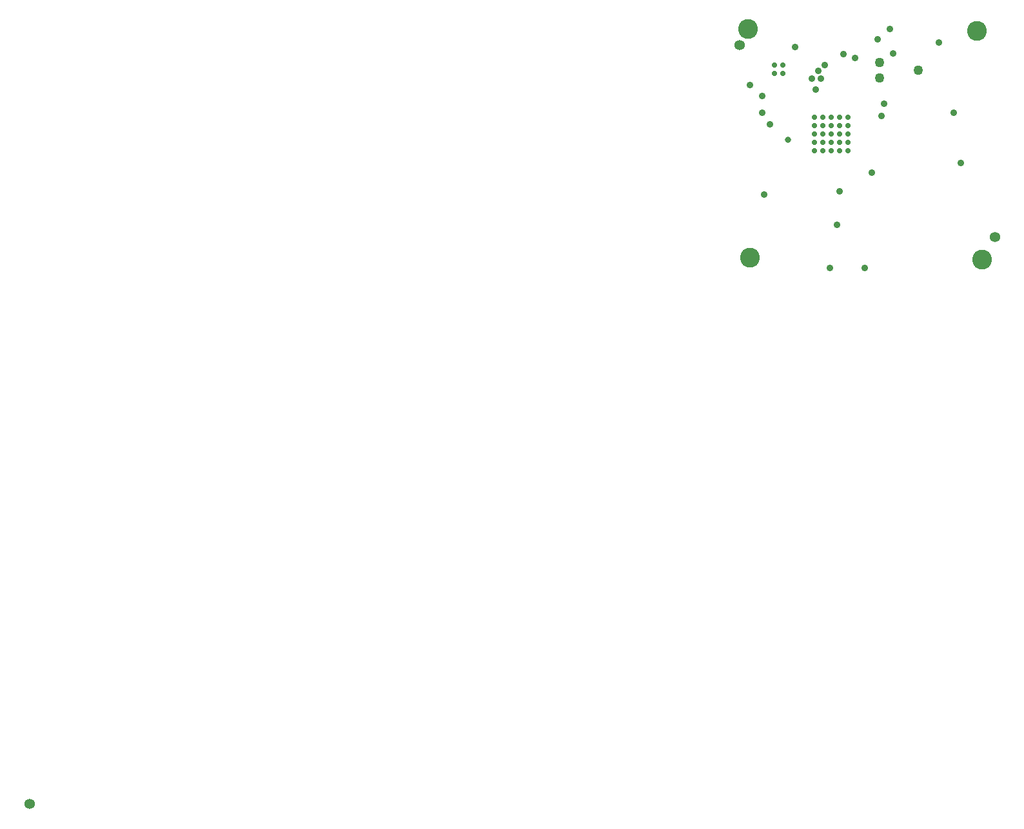
<source format=gbr>
%TF.GenerationSoftware,Altium Limited,Altium Designer,24.4.1 (13)*%
G04 Layer_Color=16711935*
%FSLAX45Y45*%
%MOMM*%
%TF.SameCoordinates,9860FC65-6E59-49BE-95FE-00A45DA03842*%
%TF.FilePolarity,Negative*%
%TF.FileFunction,Soldermask,Bot*%
%TF.Part,Single*%
G01*
G75*
%TA.AperFunction,ViaPad*%
%ADD70C,1.35520*%
%TA.AperFunction,ComponentPad*%
%ADD71C,1.27020*%
%TA.AperFunction,ViaPad*%
%ADD72C,2.60320*%
%ADD73C,0.90320*%
%ADD74C,0.70320*%
%ADD75C,0.80320*%
D70*
X3425000Y465000D02*
D03*
X75000Y2995000D02*
D03*
X-9247300Y-6984800D02*
D03*
D71*
X1910500Y2763100D02*
D03*
Y2559900D02*
D03*
X2418500Y2661500D02*
D03*
D72*
X3262500Y175000D02*
D03*
X212500Y200000D02*
D03*
X3187500Y3175000D02*
D03*
X187500Y3200000D02*
D03*
D73*
X470000Y1950556D02*
D03*
X1077500Y2405000D02*
D03*
X1022500Y2548056D02*
D03*
X1807500Y1315000D02*
D03*
X1940000Y2062500D02*
D03*
X805000Y2965000D02*
D03*
X399500Y1027459D02*
D03*
X2689500Y3027459D02*
D03*
X1970000Y2217500D02*
D03*
X374500Y2319959D02*
D03*
X214499Y2469959D02*
D03*
X372500Y2102500D02*
D03*
X1437500Y2875000D02*
D03*
X1195000Y2732500D02*
D03*
X1595000Y2825000D02*
D03*
X1260000Y62500D02*
D03*
X1722500D02*
D03*
X1392500Y1070000D02*
D03*
X1352500Y632500D02*
D03*
X2980000Y1442500D02*
D03*
X2890000Y2105000D02*
D03*
X2087500Y2885000D02*
D03*
X1885000Y3067500D02*
D03*
X1145000Y2550000D02*
D03*
X2047500Y3200000D02*
D03*
X1112500Y2650000D02*
D03*
D74*
X1497500Y1605000D02*
D03*
X1387500D02*
D03*
X1277500D02*
D03*
X1167500D02*
D03*
X1057500D02*
D03*
X1497500Y1715000D02*
D03*
X1387500D02*
D03*
X1277500D02*
D03*
X1167500D02*
D03*
X1057500D02*
D03*
X1497500Y1825000D02*
D03*
X1387500D02*
D03*
X1277500D02*
D03*
X1167500D02*
D03*
X1057500D02*
D03*
X1497500Y1935000D02*
D03*
X1387500D02*
D03*
X1277500D02*
D03*
X1167500D02*
D03*
X1057500D02*
D03*
X1497500Y2045000D02*
D03*
X1387500D02*
D03*
X1277500D02*
D03*
X1167500D02*
D03*
X1057500D02*
D03*
X642500Y2730000D02*
D03*
Y2620000D02*
D03*
X532500D02*
D03*
Y2730000D02*
D03*
D75*
X712500Y1750000D02*
D03*
%TF.MD5,de76f96aac7161ab052ef59e7fa495e8*%
M02*

</source>
